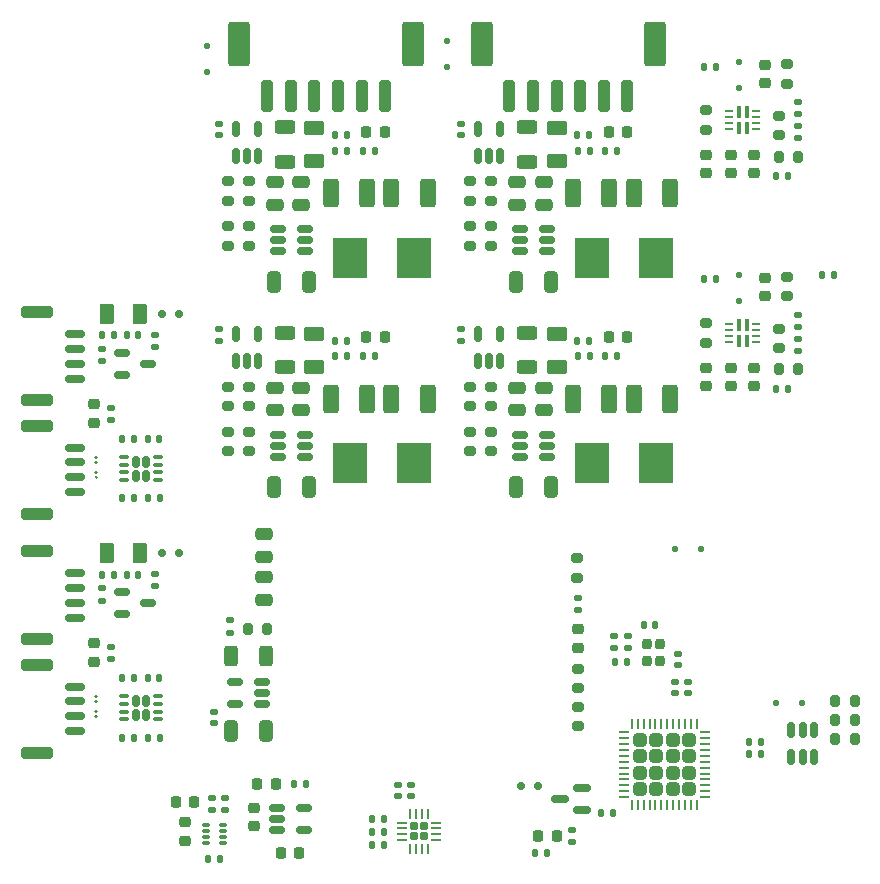
<source format=gbr>
%TF.GenerationSoftware,KiCad,Pcbnew,9.0.6*%
%TF.CreationDate,2026-01-12T10:20:26-08:00*%
%TF.ProjectId,vrb,7672622e-6b69-4636-9164-5f7063625858,rev?*%
%TF.SameCoordinates,Original*%
%TF.FileFunction,Paste,Top*%
%TF.FilePolarity,Positive*%
%FSLAX46Y46*%
G04 Gerber Fmt 4.6, Leading zero omitted, Abs format (unit mm)*
G04 Created by KiCad (PCBNEW 9.0.6) date 2026-01-12 10:20:26*
%MOMM*%
%LPD*%
G01*
G04 APERTURE LIST*
G04 Aperture macros list*
%AMRoundRect*
0 Rectangle with rounded corners*
0 $1 Rounding radius*
0 $2 $3 $4 $5 $6 $7 $8 $9 X,Y pos of 4 corners*
0 Add a 4 corners polygon primitive as box body*
4,1,4,$2,$3,$4,$5,$6,$7,$8,$9,$2,$3,0*
0 Add four circle primitives for the rounded corners*
1,1,$1+$1,$2,$3*
1,1,$1+$1,$4,$5*
1,1,$1+$1,$6,$7*
1,1,$1+$1,$8,$9*
0 Add four rect primitives between the rounded corners*
20,1,$1+$1,$2,$3,$4,$5,0*
20,1,$1+$1,$4,$5,$6,$7,0*
20,1,$1+$1,$6,$7,$8,$9,0*
20,1,$1+$1,$8,$9,$2,$3,0*%
G04 Aperture macros list end*
%ADD10C,0.128000*%
%ADD11RoundRect,0.218750X-0.218750X-0.256250X0.218750X-0.256250X0.218750X0.256250X-0.218750X0.256250X0*%
%ADD12RoundRect,0.250000X0.250000X1.100000X-0.250000X1.100000X-0.250000X-1.100000X0.250000X-1.100000X0*%
%ADD13RoundRect,0.250000X0.650000X1.650000X-0.650000X1.650000X-0.650000X-1.650000X0.650000X-1.650000X0*%
%ADD14RoundRect,0.150000X-0.150000X-0.200000X0.150000X-0.200000X0.150000X0.200000X-0.150000X0.200000X0*%
%ADD15RoundRect,0.200000X-0.275000X0.200000X-0.275000X-0.200000X0.275000X-0.200000X0.275000X0.200000X0*%
%ADD16RoundRect,0.135000X0.135000X0.185000X-0.135000X0.185000X-0.135000X-0.185000X0.135000X-0.185000X0*%
%ADD17RoundRect,0.250000X-0.475000X0.250000X-0.475000X-0.250000X0.475000X-0.250000X0.475000X0.250000X0*%
%ADD18RoundRect,0.135000X0.185000X-0.135000X0.185000X0.135000X-0.185000X0.135000X-0.185000X-0.135000X0*%
%ADD19RoundRect,0.135000X-0.135000X-0.185000X0.135000X-0.185000X0.135000X0.185000X-0.135000X0.185000X0*%
%ADD20RoundRect,0.125000X0.125000X-0.125000X0.125000X0.125000X-0.125000X0.125000X-0.125000X-0.125000X0*%
%ADD21RoundRect,0.250000X0.625000X-0.312500X0.625000X0.312500X-0.625000X0.312500X-0.625000X-0.312500X0*%
%ADD22RoundRect,0.140000X0.170000X-0.140000X0.170000X0.140000X-0.170000X0.140000X-0.170000X-0.140000X0*%
%ADD23RoundRect,0.150000X0.150000X-0.512500X0.150000X0.512500X-0.150000X0.512500X-0.150000X-0.512500X0*%
%ADD24RoundRect,0.135000X-0.185000X0.135000X-0.185000X-0.135000X0.185000X-0.135000X0.185000X0.135000X0*%
%ADD25RoundRect,0.200000X0.275000X-0.200000X0.275000X0.200000X-0.275000X0.200000X-0.275000X-0.200000X0*%
%ADD26RoundRect,0.250000X-0.420000X-0.945000X0.420000X-0.945000X0.420000X0.945000X-0.420000X0.945000X0*%
%ADD27RoundRect,0.250000X-0.325000X-0.650000X0.325000X-0.650000X0.325000X0.650000X-0.325000X0.650000X0*%
%ADD28RoundRect,0.140000X-0.140000X-0.170000X0.140000X-0.170000X0.140000X0.170000X-0.140000X0.170000X0*%
%ADD29RoundRect,0.200000X-0.200000X-0.275000X0.200000X-0.275000X0.200000X0.275000X-0.200000X0.275000X0*%
%ADD30RoundRect,0.150000X-0.700000X0.150000X-0.700000X-0.150000X0.700000X-0.150000X0.700000X0.150000X0*%
%ADD31RoundRect,0.250000X-1.100000X0.250000X-1.100000X-0.250000X1.100000X-0.250000X1.100000X0.250000X0*%
%ADD32RoundRect,0.160000X0.160000X0.325000X-0.160000X0.325000X-0.160000X-0.325000X0.160000X-0.325000X0*%
%ADD33RoundRect,0.075000X0.350000X0.075000X-0.350000X0.075000X-0.350000X-0.075000X0.350000X-0.075000X0*%
%ADD34RoundRect,0.250000X0.475000X-0.250000X0.475000X0.250000X-0.475000X0.250000X-0.475000X-0.250000X0*%
%ADD35RoundRect,0.218750X-0.256250X0.218750X-0.256250X-0.218750X0.256250X-0.218750X0.256250X0.218750X0*%
%ADD36RoundRect,0.150000X-0.512500X-0.150000X0.512500X-0.150000X0.512500X0.150000X-0.512500X0.150000X0*%
%ADD37RoundRect,0.140000X-0.170000X0.140000X-0.170000X-0.140000X0.170000X-0.140000X0.170000X0.140000X0*%
%ADD38RoundRect,0.225000X-0.250000X0.225000X-0.250000X-0.225000X0.250000X-0.225000X0.250000X0.225000X0*%
%ADD39RoundRect,0.140000X0.140000X0.170000X-0.140000X0.170000X-0.140000X-0.170000X0.140000X-0.170000X0*%
%ADD40RoundRect,0.250000X-0.625000X0.375000X-0.625000X-0.375000X0.625000X-0.375000X0.625000X0.375000X0*%
%ADD41RoundRect,0.250000X0.420000X0.945000X-0.420000X0.945000X-0.420000X-0.945000X0.420000X-0.945000X0*%
%ADD42RoundRect,0.150000X0.587500X0.150000X-0.587500X0.150000X-0.587500X-0.150000X0.587500X-0.150000X0*%
%ADD43RoundRect,0.125000X0.125000X0.125000X-0.125000X0.125000X-0.125000X-0.125000X0.125000X-0.125000X0*%
%ADD44RoundRect,0.250000X-0.315000X0.315000X-0.315000X-0.315000X0.315000X-0.315000X0.315000X0.315000X0*%
%ADD45RoundRect,0.062500X-0.062500X0.375000X-0.062500X-0.375000X0.062500X-0.375000X0.062500X0.375000X0*%
%ADD46RoundRect,0.062500X-0.375000X0.062500X-0.375000X-0.062500X0.375000X-0.062500X0.375000X0.062500X0*%
%ADD47RoundRect,0.225000X0.250000X-0.225000X0.250000X0.225000X-0.250000X0.225000X-0.250000X-0.225000X0*%
%ADD48RoundRect,0.125000X-0.125000X-0.125000X0.125000X-0.125000X0.125000X0.125000X-0.125000X0.125000X0*%
%ADD49RoundRect,0.150000X-0.150000X0.512500X-0.150000X-0.512500X0.150000X-0.512500X0.150000X0.512500X0*%
%ADD50R,2.950000X3.500000*%
%ADD51RoundRect,0.218750X0.218750X0.256250X-0.218750X0.256250X-0.218750X-0.256250X0.218750X-0.256250X0*%
%ADD52RoundRect,0.218750X0.256250X-0.218750X0.256250X0.218750X-0.256250X0.218750X-0.256250X-0.218750X0*%
%ADD53RoundRect,0.250000X-0.375000X-0.625000X0.375000X-0.625000X0.375000X0.625000X-0.375000X0.625000X0*%
%ADD54RoundRect,0.050000X0.285000X0.100000X-0.285000X0.100000X-0.285000X-0.100000X0.285000X-0.100000X0*%
%ADD55RoundRect,0.100000X0.100000X-0.425000X0.100000X0.425000X-0.100000X0.425000X-0.100000X-0.425000X0*%
%ADD56RoundRect,0.050000X0.250000X-0.050000X0.250000X0.050000X-0.250000X0.050000X-0.250000X-0.050000X0*%
%ADD57RoundRect,0.225000X0.225000X0.250000X-0.225000X0.250000X-0.225000X-0.250000X0.225000X-0.250000X0*%
%ADD58RoundRect,0.200000X0.200000X0.275000X-0.200000X0.275000X-0.200000X-0.275000X0.200000X-0.275000X0*%
%ADD59RoundRect,0.170000X0.170000X0.170000X-0.170000X0.170000X-0.170000X-0.170000X0.170000X-0.170000X0*%
%ADD60RoundRect,0.062500X0.355000X0.062500X-0.355000X0.062500X-0.355000X-0.062500X0.355000X-0.062500X0*%
%ADD61RoundRect,0.062500X0.062500X0.355000X-0.062500X0.355000X-0.062500X-0.355000X0.062500X-0.355000X0*%
%ADD62RoundRect,0.150000X0.150000X0.200000X-0.150000X0.200000X-0.150000X-0.200000X0.150000X-0.200000X0*%
%ADD63RoundRect,0.200000X0.200000X-0.250000X0.200000X0.250000X-0.200000X0.250000X-0.200000X-0.250000X0*%
%ADD64RoundRect,0.150000X0.512500X0.150000X-0.512500X0.150000X-0.512500X-0.150000X0.512500X-0.150000X0*%
%ADD65RoundRect,0.225000X-0.225000X-0.250000X0.225000X-0.250000X0.225000X0.250000X-0.225000X0.250000X0*%
%ADD66RoundRect,0.250000X0.312500X0.625000X-0.312500X0.625000X-0.312500X-0.625000X0.312500X-0.625000X0*%
G04 APERTURE END LIST*
%TO.C,D9*%
D10*
X80050842Y-99948000D02*
G75*
G02*
X79922842Y-99948000I-64000J0D01*
G01*
X79922842Y-99948000D02*
G75*
G02*
X80050842Y-99948000I64000J0D01*
G01*
X80050842Y-100364000D02*
G75*
G02*
X79922842Y-100364000I-64000J0D01*
G01*
X79922842Y-100364000D02*
G75*
G02*
X80050842Y-100364000I64000J0D01*
G01*
%TO.C,D1*%
X80050842Y-118942000D02*
G75*
G02*
X79922842Y-118942000I-64000J0D01*
G01*
X79922842Y-118942000D02*
G75*
G02*
X80050842Y-118942000I64000J0D01*
G01*
X80050842Y-119358000D02*
G75*
G02*
X79922842Y-119358000I-64000J0D01*
G01*
X79922842Y-119358000D02*
G75*
G02*
X80050842Y-119358000I64000J0D01*
G01*
%TO.C,D2*%
X80050842Y-120192000D02*
G75*
G02*
X79922842Y-120192000I-64000J0D01*
G01*
X79922842Y-120192000D02*
G75*
G02*
X80050842Y-120192000I64000J0D01*
G01*
X80050842Y-120608000D02*
G75*
G02*
X79922842Y-120608000I-64000J0D01*
G01*
X79922842Y-120608000D02*
G75*
G02*
X80050842Y-120608000I64000J0D01*
G01*
%TO.C,D8*%
X80050842Y-98698000D02*
G75*
G02*
X79922842Y-98698000I-64000J0D01*
G01*
X79922842Y-98698000D02*
G75*
G02*
X80050842Y-98698000I64000J0D01*
G01*
X80050842Y-99114000D02*
G75*
G02*
X79922842Y-99114000I-64000J0D01*
G01*
X79922842Y-99114000D02*
G75*
G02*
X80050842Y-99114000I64000J0D01*
G01*
%TD*%
D11*
%TO.C,D4*%
X102875000Y-71100000D03*
X104450000Y-71100000D03*
%TD*%
D12*
%TO.C,J6*%
X124975000Y-68100000D03*
X122975000Y-68100000D03*
X120975000Y-68100000D03*
X118975000Y-68100000D03*
X116975000Y-68100000D03*
X114975000Y-68100000D03*
D13*
X127325000Y-63650000D03*
X112625000Y-63650000D03*
%TD*%
D14*
%TO.C,D19*%
X86986842Y-86542000D03*
X85586842Y-86542000D03*
%TD*%
D15*
%TO.C,R64*%
X138450000Y-65392500D03*
X138450000Y-67042500D03*
%TD*%
D16*
%TO.C,R56*%
X132460000Y-83620000D03*
X131440000Y-83620000D03*
%TD*%
D17*
%TO.C,C6*%
X95125000Y-75380000D03*
X95125000Y-77280000D03*
%TD*%
D18*
%TO.C,R50*%
X120750000Y-111610000D03*
X120750000Y-110590000D03*
%TD*%
D19*
%TO.C,R24*%
X120755000Y-90100000D03*
X121775000Y-90100000D03*
%TD*%
D20*
%TO.C,D13*%
X134400000Y-67437500D03*
X134400000Y-65237500D03*
%TD*%
D19*
%TO.C,R16*%
X120755000Y-72700000D03*
X121775000Y-72700000D03*
%TD*%
D21*
%TO.C,R23*%
X116475000Y-91062500D03*
X116475000Y-88137500D03*
%TD*%
D22*
%TO.C,C39*%
X130100000Y-118660000D03*
X130100000Y-117700000D03*
%TD*%
D23*
%TO.C,U4*%
X91825000Y-73137500D03*
X92775000Y-73137500D03*
X93725000Y-73137500D03*
X93725000Y-70862500D03*
X91825000Y-70862500D03*
%TD*%
D20*
%TO.C,D12*%
X134400000Y-85450000D03*
X134400000Y-83250000D03*
%TD*%
D24*
%TO.C,R74*%
X90885000Y-127535000D03*
X90885000Y-128555000D03*
%TD*%
D12*
%TO.C,J5*%
X104475000Y-68100000D03*
X102475000Y-68100000D03*
X100475000Y-68100000D03*
X98475000Y-68100000D03*
X96475000Y-68100000D03*
X94475000Y-68100000D03*
D13*
X106825000Y-63650000D03*
X92125000Y-63650000D03*
%TD*%
D25*
%TO.C,R10*%
X91125000Y-76935000D03*
X91125000Y-75285000D03*
%TD*%
D26*
%TO.C,C7*%
X105000000Y-76300000D03*
X108080000Y-76300000D03*
%TD*%
D15*
%TO.C,R55*%
X131650000Y-87325000D03*
X131650000Y-88975000D03*
%TD*%
D27*
%TO.C,C27*%
X91406474Y-121850000D03*
X94356474Y-121850000D03*
%TD*%
D11*
%TO.C,D6*%
X123375000Y-88500000D03*
X124950000Y-88500000D03*
%TD*%
D22*
%TO.C,C57*%
X125050000Y-114780000D03*
X125050000Y-113820000D03*
%TD*%
D28*
%TO.C,C25*%
X82212500Y-97156000D03*
X83172500Y-97156000D03*
%TD*%
D29*
%TO.C,R48*%
X92850000Y-113200000D03*
X94500000Y-113200000D03*
%TD*%
D25*
%TO.C,R21*%
X113425000Y-80775000D03*
X113425000Y-79125000D03*
%TD*%
D30*
%TO.C,J9*%
X78180000Y-97856000D03*
X78180000Y-99106000D03*
X78180000Y-100356000D03*
X78180000Y-101606000D03*
D31*
X74980000Y-96006000D03*
X74980000Y-103456000D03*
%TD*%
D25*
%TO.C,R34*%
X91125000Y-94335000D03*
X91125000Y-92685000D03*
%TD*%
D16*
%TO.C,R47*%
X136310000Y-123800000D03*
X135290000Y-123800000D03*
%TD*%
D22*
%TO.C,C38*%
X129000000Y-118660000D03*
X129000000Y-117700000D03*
%TD*%
D32*
%TO.C,U2*%
X84192500Y-120475000D03*
X84192500Y-119275000D03*
X83392500Y-120475000D03*
X83392500Y-119275000D03*
D33*
X85242500Y-120850000D03*
X85242500Y-120200000D03*
X85242500Y-119550000D03*
X85242500Y-118900000D03*
X82342500Y-118900000D03*
X82342500Y-119550000D03*
X82342500Y-120200000D03*
X82342500Y-120850000D03*
%TD*%
D24*
%TO.C,R67*%
X139450000Y-68612500D03*
X139450000Y-69632500D03*
%TD*%
%TO.C,R53*%
X139450000Y-86625000D03*
X139450000Y-87645000D03*
%TD*%
D34*
%TO.C,C14*%
X117875000Y-94680000D03*
X117875000Y-92780000D03*
%TD*%
D17*
%TO.C,C21*%
X95125000Y-92780000D03*
X95125000Y-94680000D03*
%TD*%
D23*
%TO.C,U8*%
X112325000Y-90537500D03*
X113275000Y-90537500D03*
X114225000Y-90537500D03*
X114225000Y-88262500D03*
X112325000Y-88262500D03*
%TD*%
D35*
%TO.C,D11*%
X120751474Y-113212500D03*
X120751474Y-114787500D03*
%TD*%
D27*
%TO.C,C15*%
X115575000Y-101200000D03*
X118525000Y-101200000D03*
%TD*%
D36*
%TO.C,U3*%
X95412500Y-79350000D03*
X95412500Y-80300000D03*
X95412500Y-81250000D03*
X97687500Y-81250000D03*
X97687500Y-80300000D03*
X97687500Y-79350000D03*
%TD*%
D18*
%TO.C,R49*%
X81280000Y-95498500D03*
X81280000Y-94478500D03*
%TD*%
D28*
%TO.C,C1*%
X82600000Y-108600000D03*
X83560000Y-108600000D03*
%TD*%
D16*
%TO.C,R61*%
X132460000Y-65607500D03*
X131440000Y-65607500D03*
%TD*%
D15*
%TO.C,R54*%
X138450000Y-83405000D03*
X138450000Y-85055000D03*
%TD*%
D18*
%TO.C,R6*%
X81280000Y-115742500D03*
X81280000Y-114722500D03*
%TD*%
D26*
%TO.C,C18*%
X125500000Y-93700000D03*
X128580000Y-93700000D03*
%TD*%
D24*
%TO.C,R4*%
X80520000Y-109780000D03*
X80520000Y-110800000D03*
%TD*%
D25*
%TO.C,R58*%
X137850000Y-89435000D03*
X137850000Y-87785000D03*
%TD*%
D28*
%TO.C,C2*%
X82212500Y-117400000D03*
X83172500Y-117400000D03*
%TD*%
D37*
%TO.C,C50*%
X90400000Y-87840000D03*
X90400000Y-88800000D03*
%TD*%
D25*
%TO.C,R29*%
X113425000Y-98175000D03*
X113425000Y-96525000D03*
%TD*%
%TO.C,R18*%
X111625000Y-76935000D03*
X111625000Y-75285000D03*
%TD*%
D38*
%TO.C,C45*%
X87485000Y-129570000D03*
X87485000Y-131120000D03*
%TD*%
D16*
%TO.C,R60*%
X138560000Y-92860000D03*
X137540000Y-92860000D03*
%TD*%
D39*
%TO.C,C44*%
X104345000Y-129300000D03*
X103385000Y-129300000D03*
%TD*%
D11*
%TO.C,D20*%
X117412500Y-130750000D03*
X118987500Y-130750000D03*
%TD*%
D36*
%TO.C,U7*%
X115912500Y-96750000D03*
X115912500Y-97700000D03*
X115912500Y-98650000D03*
X118187500Y-98650000D03*
X118187500Y-97700000D03*
X118187500Y-96750000D03*
%TD*%
D40*
%TO.C,F5*%
X98475000Y-88200000D03*
X98475000Y-91000000D03*
%TD*%
D41*
%TO.C,C17*%
X123440000Y-93700000D03*
X120360000Y-93700000D03*
%TD*%
D17*
%TO.C,C29*%
X94175000Y-108850000D03*
X94175000Y-110750000D03*
%TD*%
%TO.C,C11*%
X115625000Y-75380000D03*
X115625000Y-77280000D03*
%TD*%
D38*
%TO.C,C34*%
X135720000Y-73062500D03*
X135720000Y-74612500D03*
%TD*%
D15*
%TO.C,R14*%
X91125000Y-79125000D03*
X91125000Y-80775000D03*
%TD*%
D37*
%TO.C,C47*%
X90400000Y-70440000D03*
X90400000Y-71400000D03*
%TD*%
D25*
%TO.C,R13*%
X92925000Y-80775000D03*
X92925000Y-79125000D03*
%TD*%
D17*
%TO.C,C16*%
X115625000Y-92780000D03*
X115625000Y-94680000D03*
%TD*%
D42*
%TO.C,Q3*%
X121137500Y-128550000D03*
X121137500Y-126650000D03*
X119262500Y-127600000D03*
%TD*%
D25*
%TO.C,R51*%
X120751474Y-121425000D03*
X120751474Y-119775000D03*
%TD*%
D43*
%TO.C,D21*%
X131200000Y-106400000D03*
X129000000Y-106400000D03*
%TD*%
D34*
%TO.C,C9*%
X117875000Y-77280000D03*
X117875000Y-75380000D03*
%TD*%
D36*
%TO.C,Q1*%
X82142500Y-110050000D03*
X82142500Y-111950000D03*
X84417500Y-111000000D03*
%TD*%
D15*
%TO.C,R9*%
X92925000Y-75285000D03*
X92925000Y-76935000D03*
%TD*%
D44*
%TO.C,U1*%
X130200000Y-122600000D03*
X128800000Y-122600000D03*
X127400000Y-122600000D03*
X126000000Y-122600000D03*
X130200000Y-124000000D03*
X128800000Y-124000000D03*
X127400000Y-124000000D03*
X126000000Y-124000000D03*
X130200000Y-125400000D03*
X128800000Y-125400000D03*
X127400000Y-125400000D03*
X126000000Y-125400000D03*
X130200000Y-126800000D03*
X128800000Y-126800000D03*
X127400000Y-126800000D03*
X126000000Y-126800000D03*
D45*
X130850000Y-121262500D03*
X130350000Y-121262500D03*
X129850000Y-121262500D03*
X129350000Y-121262500D03*
X128850000Y-121262500D03*
X128350000Y-121262500D03*
X127850000Y-121262500D03*
X127350000Y-121262500D03*
X126850000Y-121262500D03*
X126350000Y-121262500D03*
X125850000Y-121262500D03*
X125350000Y-121262500D03*
D46*
X124662500Y-121950000D03*
X124662500Y-122450000D03*
X124662500Y-122950000D03*
X124662500Y-123450000D03*
X124662500Y-123950000D03*
X124662500Y-124450000D03*
X124662500Y-124950000D03*
X124662500Y-125450000D03*
X124662500Y-125950000D03*
X124662500Y-126450000D03*
X124662500Y-126950000D03*
X124662500Y-127450000D03*
D45*
X125350000Y-128137500D03*
X125850000Y-128137500D03*
X126350000Y-128137500D03*
X126850000Y-128137500D03*
X127350000Y-128137500D03*
X127850000Y-128137500D03*
X128350000Y-128137500D03*
X128850000Y-128137500D03*
X129350000Y-128137500D03*
X129850000Y-128137500D03*
X130350000Y-128137500D03*
X130850000Y-128137500D03*
D46*
X131537500Y-127450000D03*
X131537500Y-126950000D03*
X131537500Y-126450000D03*
X131537500Y-125950000D03*
X131537500Y-125450000D03*
X131537500Y-124950000D03*
X131537500Y-124450000D03*
X131537500Y-123950000D03*
X131537500Y-123450000D03*
X131537500Y-122950000D03*
X131537500Y-122450000D03*
X131537500Y-121950000D03*
%TD*%
D15*
%TO.C,R33*%
X92925000Y-92685000D03*
X92925000Y-94335000D03*
%TD*%
D29*
%TO.C,R82*%
X142575000Y-120900000D03*
X144225000Y-120900000D03*
%TD*%
D38*
%TO.C,C36*%
X133780000Y-73062500D03*
X133780000Y-74612500D03*
%TD*%
D15*
%TO.C,R30*%
X111625000Y-96525000D03*
X111625000Y-98175000D03*
%TD*%
D47*
%TO.C,C30*%
X136650000Y-85005000D03*
X136650000Y-83455000D03*
%TD*%
D15*
%TO.C,R17*%
X113425000Y-75285000D03*
X113425000Y-76935000D03*
%TD*%
D29*
%TO.C,R59*%
X137775000Y-91235000D03*
X139425000Y-91235000D03*
%TD*%
D25*
%TO.C,R62*%
X137850000Y-71422500D03*
X137850000Y-69772500D03*
%TD*%
D19*
%TO.C,R70*%
X96740000Y-126370000D03*
X97760000Y-126370000D03*
%TD*%
D24*
%TO.C,R44*%
X91300000Y-112490000D03*
X91300000Y-113510000D03*
%TD*%
D19*
%TO.C,R39*%
X80470000Y-88356000D03*
X81490000Y-88356000D03*
%TD*%
D16*
%TO.C,R66*%
X138560000Y-74847500D03*
X137540000Y-74847500D03*
%TD*%
D48*
%TO.C,D14*%
X137550000Y-119500000D03*
X139750000Y-119500000D03*
%TD*%
D47*
%TO.C,C33*%
X136650000Y-66992500D03*
X136650000Y-65442500D03*
%TD*%
D19*
%TO.C,R46*%
X84362500Y-102156000D03*
X85382500Y-102156000D03*
%TD*%
D40*
%TO.C,F2*%
X98475000Y-70800000D03*
X98475000Y-73600000D03*
%TD*%
D19*
%TO.C,R12*%
X102562500Y-72700000D03*
X103582500Y-72700000D03*
%TD*%
D38*
%TO.C,C31*%
X135720000Y-91075000D03*
X135720000Y-92625000D03*
%TD*%
D49*
%TO.C,Q4*%
X140750000Y-121762500D03*
X139800000Y-121762500D03*
X138850000Y-121762500D03*
X138850000Y-124037500D03*
X139800000Y-124037500D03*
X140750000Y-124037500D03*
%TD*%
D34*
%TO.C,C19*%
X97375000Y-94680000D03*
X97375000Y-92780000D03*
%TD*%
D16*
%TO.C,R77*%
X90520000Y-132700000D03*
X89500000Y-132700000D03*
%TD*%
D50*
%TO.C,L4*%
X101475000Y-99200000D03*
X106925000Y-99200000D03*
%TD*%
D51*
%TO.C,D18*%
X95200000Y-126370000D03*
X93625000Y-126370000D03*
%TD*%
D19*
%TO.C,R8*%
X100255000Y-72700000D03*
X101275000Y-72700000D03*
%TD*%
D22*
%TO.C,C42*%
X105585000Y-127360000D03*
X105585000Y-126400000D03*
%TD*%
D37*
%TO.C,C49*%
X110900000Y-87840000D03*
X110900000Y-88800000D03*
%TD*%
D36*
%TO.C,U16*%
X95300000Y-128330000D03*
X95300000Y-129280000D03*
X95300000Y-130230000D03*
X97575000Y-130230000D03*
X97575000Y-128330000D03*
%TD*%
D19*
%TO.C,R1*%
X80470000Y-108600000D03*
X81490000Y-108600000D03*
%TD*%
%TO.C,R40*%
X82182500Y-102156000D03*
X83202500Y-102156000D03*
%TD*%
D52*
%TO.C,D3*%
X79780000Y-116000000D03*
X79780000Y-114425000D03*
%TD*%
D37*
%TO.C,C48*%
X110900000Y-70440000D03*
X110900000Y-71400000D03*
%TD*%
D20*
%TO.C,D16*%
X109700000Y-65600000D03*
X109700000Y-63400000D03*
%TD*%
D50*
%TO.C,L3*%
X121975000Y-99200000D03*
X127425000Y-99200000D03*
%TD*%
D16*
%TO.C,R69*%
X136310000Y-122800000D03*
X135290000Y-122800000D03*
%TD*%
D26*
%TO.C,C23*%
X105000000Y-93700000D03*
X108080000Y-93700000D03*
%TD*%
D53*
%TO.C,F1*%
X80930000Y-106775000D03*
X83730000Y-106775000D03*
%TD*%
D11*
%TO.C,D7*%
X102875000Y-88500000D03*
X104450000Y-88500000D03*
%TD*%
D32*
%TO.C,U11*%
X84192500Y-100231000D03*
X84192500Y-99031000D03*
X83392500Y-100231000D03*
X83392500Y-99031000D03*
D33*
X85242500Y-100606000D03*
X85242500Y-99956000D03*
X85242500Y-99306000D03*
X85242500Y-98656000D03*
X82342500Y-98656000D03*
X82342500Y-99306000D03*
X82342500Y-99956000D03*
X82342500Y-100606000D03*
%TD*%
D36*
%TO.C,Q2*%
X82142500Y-89806000D03*
X82142500Y-91706000D03*
X84417500Y-90756000D03*
%TD*%
D50*
%TO.C,L2*%
X121975000Y-81800000D03*
X127425000Y-81800000D03*
%TD*%
D36*
%TO.C,U5*%
X115912500Y-79350000D03*
X115912500Y-80300000D03*
X115912500Y-81250000D03*
X118187500Y-81250000D03*
X118187500Y-80300000D03*
X118187500Y-79350000D03*
%TD*%
D38*
%TO.C,C37*%
X133780000Y-91075000D03*
X133780000Y-92625000D03*
%TD*%
D16*
%TO.C,R19*%
X121750000Y-71400000D03*
X120730000Y-71400000D03*
%TD*%
D24*
%TO.C,R65*%
X139450000Y-70637500D03*
X139450000Y-71657500D03*
%TD*%
D54*
%TO.C,U18*%
X90775000Y-131300000D03*
X90775000Y-130800000D03*
X90775000Y-130300000D03*
X90775000Y-129800000D03*
X89295000Y-129800000D03*
X89295000Y-130300000D03*
X89295000Y-130800000D03*
X89295000Y-131300000D03*
%TD*%
D21*
%TO.C,R15*%
X116475000Y-73662500D03*
X116475000Y-70737500D03*
%TD*%
D34*
%TO.C,C4*%
X97375000Y-77280000D03*
X97375000Y-75380000D03*
%TD*%
D30*
%TO.C,J2*%
X78180000Y-108500000D03*
X78180000Y-109750000D03*
X78180000Y-111000000D03*
X78180000Y-112250000D03*
D31*
X74980000Y-106650000D03*
X74980000Y-114100000D03*
%TD*%
D26*
%TO.C,C12*%
X125500000Y-76300000D03*
X128580000Y-76300000D03*
%TD*%
D40*
%TO.C,F3*%
X118975000Y-70800000D03*
X118975000Y-73600000D03*
%TD*%
D21*
%TO.C,R31*%
X95975000Y-91062500D03*
X95975000Y-88137500D03*
%TD*%
D55*
%TO.C,U14*%
X134400000Y-88825000D03*
X135100000Y-88825000D03*
D56*
X135900000Y-88900000D03*
X135900000Y-88400000D03*
X135900000Y-87900000D03*
X135900000Y-87400000D03*
D55*
X135100000Y-87475000D03*
X134400000Y-87475000D03*
D56*
X133600000Y-87400000D03*
X133600000Y-87900000D03*
X133600000Y-88400000D03*
X133600000Y-88900000D03*
%TD*%
D18*
%TO.C,R84*%
X120300000Y-131210000D03*
X120300000Y-130190000D03*
%TD*%
D27*
%TO.C,C10*%
X115575000Y-83800000D03*
X118525000Y-83800000D03*
%TD*%
D15*
%TO.C,R22*%
X111625000Y-79125000D03*
X111625000Y-80775000D03*
%TD*%
D38*
%TO.C,C40*%
X93330000Y-128355000D03*
X93330000Y-129905000D03*
%TD*%
D23*
%TO.C,U6*%
X112325000Y-73137500D03*
X113275000Y-73137500D03*
X114225000Y-73137500D03*
X114225000Y-70862500D03*
X112325000Y-70862500D03*
%TD*%
D37*
%TO.C,C51*%
X90000000Y-120240000D03*
X90000000Y-121200000D03*
%TD*%
D22*
%TO.C,C46*%
X106685000Y-127360000D03*
X106685000Y-126400000D03*
%TD*%
D28*
%TO.C,C24*%
X82600000Y-88356000D03*
X83560000Y-88356000D03*
%TD*%
D15*
%TO.C,R25*%
X113425000Y-92685000D03*
X113425000Y-94335000D03*
%TD*%
D41*
%TO.C,C13*%
X123440000Y-76300000D03*
X120360000Y-76300000D03*
%TD*%
D19*
%TO.C,R73*%
X103345000Y-130400000D03*
X104365000Y-130400000D03*
%TD*%
D20*
%TO.C,D15*%
X89400000Y-66027500D03*
X89400000Y-63827500D03*
%TD*%
D24*
%TO.C,R45*%
X80520000Y-89536000D03*
X80520000Y-90556000D03*
%TD*%
D40*
%TO.C,F4*%
X118975000Y-88200000D03*
X118975000Y-91000000D03*
%TD*%
D55*
%TO.C,U15*%
X134400000Y-70812500D03*
X135100000Y-70812500D03*
D56*
X135900000Y-70887500D03*
X135900000Y-70387500D03*
X135900000Y-69887500D03*
X135900000Y-69387500D03*
D55*
X135100000Y-69462500D03*
X134400000Y-69462500D03*
D56*
X133600000Y-69387500D03*
X133600000Y-69887500D03*
X133600000Y-70387500D03*
X133600000Y-70887500D03*
%TD*%
D11*
%TO.C,D5*%
X123375000Y-71100000D03*
X124950000Y-71100000D03*
%TD*%
D57*
%TO.C,C43*%
X88285000Y-127845000D03*
X86735000Y-127845000D03*
%TD*%
D58*
%TO.C,R81*%
X144225000Y-119300000D03*
X142575000Y-119300000D03*
%TD*%
D59*
%TO.C,U17*%
X107762500Y-130770000D03*
X107762500Y-129930000D03*
X106922500Y-130770000D03*
X106922500Y-129930000D03*
D60*
X108800000Y-131100000D03*
X108800000Y-130600000D03*
X108800000Y-130100000D03*
X108800000Y-129600000D03*
D61*
X108092500Y-128892500D03*
X107592500Y-128892500D03*
X107092500Y-128892500D03*
X106592500Y-128892500D03*
D60*
X105885000Y-129600000D03*
X105885000Y-130100000D03*
X105885000Y-130600000D03*
X105885000Y-131100000D03*
D61*
X106592500Y-131807500D03*
X107092500Y-131807500D03*
X107592500Y-131807500D03*
X108092500Y-131807500D03*
%TD*%
D25*
%TO.C,R43*%
X120725000Y-108875000D03*
X120725000Y-107225000D03*
%TD*%
D24*
%TO.C,R3*%
X84980000Y-108560000D03*
X84980000Y-109580000D03*
%TD*%
D38*
%TO.C,C35*%
X131650000Y-73062500D03*
X131650000Y-74612500D03*
%TD*%
D16*
%TO.C,R35*%
X101250000Y-88800000D03*
X100230000Y-88800000D03*
%TD*%
D50*
%TO.C,L1*%
X101475000Y-81800000D03*
X106925000Y-81800000D03*
%TD*%
D14*
%TO.C,D17*%
X86986842Y-106786000D03*
X85586842Y-106786000D03*
%TD*%
D17*
%TO.C,C28*%
X94175000Y-105200000D03*
X94175000Y-107100000D03*
%TD*%
D28*
%TO.C,C55*%
X126370000Y-112900000D03*
X127330000Y-112900000D03*
%TD*%
D21*
%TO.C,R7*%
X95975000Y-73662500D03*
X95975000Y-70737500D03*
%TD*%
D29*
%TO.C,R83*%
X142575000Y-122500000D03*
X144225000Y-122500000D03*
%TD*%
D27*
%TO.C,C20*%
X95075000Y-101200000D03*
X98025000Y-101200000D03*
%TD*%
D30*
%TO.C,J1*%
X78180000Y-118100000D03*
X78180000Y-119350000D03*
X78180000Y-120600000D03*
X78180000Y-121850000D03*
D31*
X74980000Y-116250000D03*
X74980000Y-123700000D03*
%TD*%
D62*
%TO.C,D22*%
X116000000Y-126500000D03*
X117400000Y-126500000D03*
%TD*%
D63*
%TO.C,Y1*%
X127750000Y-115900000D03*
X127750000Y-114500000D03*
X126650000Y-114500000D03*
X126650000Y-115900000D03*
%TD*%
D41*
%TO.C,C22*%
X102940000Y-93700000D03*
X99860000Y-93700000D03*
%TD*%
D64*
%TO.C,U13*%
X94018974Y-119600000D03*
X94018974Y-118650000D03*
X94018974Y-117700000D03*
X91743974Y-117700000D03*
X91743974Y-119600000D03*
%TD*%
D16*
%TO.C,R75*%
X104365000Y-131500000D03*
X103345000Y-131500000D03*
%TD*%
D15*
%TO.C,R38*%
X91125000Y-96525000D03*
X91125000Y-98175000D03*
%TD*%
D22*
%TO.C,C54*%
X129250000Y-116250000D03*
X129250000Y-115290000D03*
%TD*%
D19*
%TO.C,R78*%
X117142500Y-132150000D03*
X118162500Y-132150000D03*
%TD*%
D24*
%TO.C,R71*%
X123850000Y-113790000D03*
X123850000Y-114810000D03*
%TD*%
D27*
%TO.C,C5*%
X95075000Y-83800000D03*
X98025000Y-83800000D03*
%TD*%
D18*
%TO.C,R76*%
X89785000Y-128555000D03*
X89785000Y-127535000D03*
%TD*%
D41*
%TO.C,C8*%
X102940000Y-76300000D03*
X99860000Y-76300000D03*
%TD*%
D19*
%TO.C,R2*%
X82182500Y-122400000D03*
X83202500Y-122400000D03*
%TD*%
%TO.C,R36*%
X102562500Y-90100000D03*
X103582500Y-90100000D03*
%TD*%
D23*
%TO.C,U10*%
X91825000Y-90537500D03*
X92775000Y-90537500D03*
X93725000Y-90537500D03*
X93725000Y-88262500D03*
X91825000Y-88262500D03*
%TD*%
D16*
%TO.C,R85*%
X123720000Y-128830000D03*
X122700000Y-128830000D03*
%TD*%
D15*
%TO.C,R68*%
X131650000Y-69312500D03*
X131650000Y-70962500D03*
%TD*%
D36*
%TO.C,U9*%
X95412500Y-96750000D03*
X95412500Y-97700000D03*
X95412500Y-98650000D03*
X97687500Y-98650000D03*
X97687500Y-97700000D03*
X97687500Y-96750000D03*
%TD*%
D39*
%TO.C,C3*%
X85352500Y-117400000D03*
X84392500Y-117400000D03*
%TD*%
D16*
%TO.C,R27*%
X121750000Y-88800000D03*
X120730000Y-88800000D03*
%TD*%
D25*
%TO.C,R37*%
X92925000Y-98175000D03*
X92925000Y-96525000D03*
%TD*%
D16*
%TO.C,R11*%
X101250000Y-71400000D03*
X100230000Y-71400000D03*
%TD*%
D24*
%TO.C,R41*%
X84980000Y-88316000D03*
X84980000Y-89336000D03*
%TD*%
D65*
%TO.C,C41*%
X95625000Y-132200000D03*
X97175000Y-132200000D03*
%TD*%
D66*
%TO.C,R42*%
X94343974Y-115500000D03*
X91418974Y-115500000D03*
%TD*%
D19*
%TO.C,R28*%
X123062500Y-90100000D03*
X124082500Y-90100000D03*
%TD*%
%TO.C,R20*%
X123062500Y-72700000D03*
X124082500Y-72700000D03*
%TD*%
D24*
%TO.C,R57*%
X139450000Y-88650000D03*
X139450000Y-89670000D03*
%TD*%
D25*
%TO.C,R52*%
X120750000Y-118225000D03*
X120750000Y-116575000D03*
%TD*%
%TO.C,R26*%
X111625000Y-94335000D03*
X111625000Y-92685000D03*
%TD*%
D29*
%TO.C,R63*%
X137775000Y-73222500D03*
X139425000Y-73222500D03*
%TD*%
D53*
%TO.C,F6*%
X80930000Y-86531000D03*
X83730000Y-86531000D03*
%TD*%
D38*
%TO.C,C32*%
X131650000Y-91075000D03*
X131650000Y-92625000D03*
%TD*%
D30*
%TO.C,J7*%
X78180000Y-88256000D03*
X78180000Y-89506000D03*
X78180000Y-90756000D03*
X78180000Y-92006000D03*
D31*
X74980000Y-86406000D03*
X74980000Y-93856000D03*
%TD*%
D19*
%TO.C,R5*%
X84362500Y-122400000D03*
X85382500Y-122400000D03*
%TD*%
D52*
%TO.C,D10*%
X79780000Y-95756000D03*
X79780000Y-94181000D03*
%TD*%
D16*
%TO.C,R72*%
X124960000Y-115990000D03*
X123940000Y-115990000D03*
%TD*%
D19*
%TO.C,R32*%
X100255000Y-90100000D03*
X101275000Y-90100000D03*
%TD*%
D39*
%TO.C,C26*%
X85352500Y-97156000D03*
X84392500Y-97156000D03*
%TD*%
D19*
%TO.C,R79*%
X141480000Y-83250000D03*
X142500000Y-83250000D03*
%TD*%
M02*

</source>
